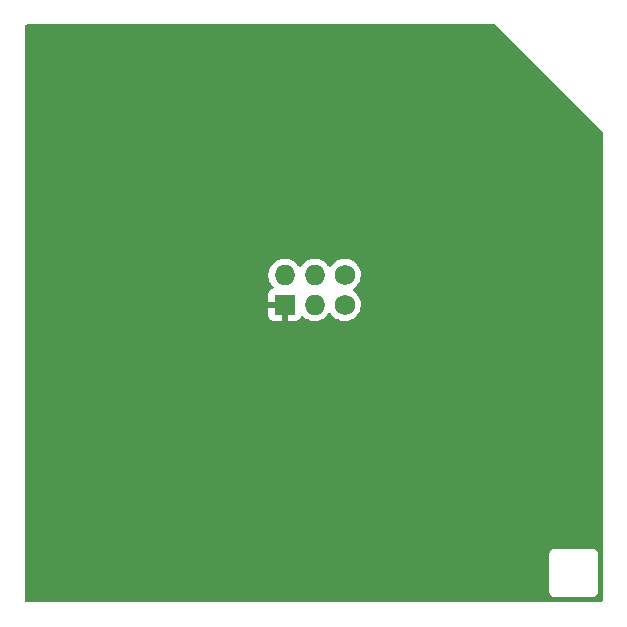
<source format=gbr>
%TF.GenerationSoftware,KiCad,Pcbnew,(6.0.4)*%
%TF.CreationDate,2022-04-09T23:35:01+02:00*%
%TF.ProjectId,diskette,6469736b-6574-4746-952e-6b696361645f,rev?*%
%TF.SameCoordinates,Original*%
%TF.FileFunction,Copper,L1,Top*%
%TF.FilePolarity,Positive*%
%FSLAX46Y46*%
G04 Gerber Fmt 4.6, Leading zero omitted, Abs format (unit mm)*
G04 Created by KiCad (PCBNEW (6.0.4)) date 2022-04-09 23:35:01*
%MOMM*%
%LPD*%
G01*
G04 APERTURE LIST*
%TA.AperFunction,ComponentPad*%
%ADD10O,1.727200X1.727200*%
%TD*%
%TA.AperFunction,ComponentPad*%
%ADD11R,1.727200X1.727200*%
%TD*%
%TA.AperFunction,ComponentPad*%
%ADD12C,1.727200*%
%TD*%
G04 APERTURE END LIST*
D10*
%TO.P,X1,1,VCC*%
%TO.N,+3V3*%
X-2480000Y1250000D03*
D11*
%TO.P,X1,2,GND*%
%TO.N,GND*%
X-2480000Y-1290000D03*
D10*
%TO.P,X1,3,SDA*%
%TO.N,Net-(U1-Pad5)*%
X60000Y1250000D03*
%TO.P,X1,4,SCL*%
%TO.N,Net-(U1-Pad6)*%
X60000Y-1290000D03*
D12*
%TO.P,X1,5,GPIO1*%
%TO.N,Net-(R2-Pad1)*%
X2600000Y1250000D03*
%TO.P,X1,6,GPIO2*%
%TO.N,Net-(R1-Pad1)*%
X2600000Y-1290000D03*
%TD*%
%TA.AperFunction,Conductor*%
%TO.N,GND*%
G36*
X15399116Y22421598D02*
G01*
X15420090Y22404695D01*
X24404695Y13420090D01*
X24438721Y13357778D01*
X24441600Y13330995D01*
X24441600Y-26315600D01*
X24421598Y-26383721D01*
X24367942Y-26430214D01*
X24315600Y-26441600D01*
X-24315600Y-26441600D01*
X-24383721Y-26421598D01*
X-24430214Y-26367942D01*
X-24441600Y-26315600D01*
X-24441600Y-25619721D01*
X19941024Y-25619721D01*
X19943491Y-25628352D01*
X19949150Y-25648153D01*
X19952728Y-25664915D01*
X19956920Y-25694187D01*
X19960634Y-25702355D01*
X19960634Y-25702356D01*
X19967548Y-25717562D01*
X19973996Y-25735086D01*
X19981051Y-25759771D01*
X19985843Y-25767365D01*
X19985844Y-25767368D01*
X19996830Y-25784780D01*
X20004969Y-25799863D01*
X20017208Y-25826782D01*
X20023069Y-25833584D01*
X20033970Y-25846235D01*
X20045073Y-25861239D01*
X20058776Y-25882958D01*
X20065501Y-25888897D01*
X20065504Y-25888901D01*
X20080938Y-25902532D01*
X20092982Y-25914724D01*
X20106427Y-25930327D01*
X20106430Y-25930329D01*
X20112287Y-25937127D01*
X20119816Y-25942007D01*
X20119817Y-25942008D01*
X20133835Y-25951094D01*
X20148709Y-25962385D01*
X20161217Y-25973431D01*
X20167951Y-25979378D01*
X20194711Y-25991942D01*
X20209691Y-26000263D01*
X20226983Y-26011471D01*
X20226988Y-26011473D01*
X20234515Y-26016352D01*
X20243108Y-26018922D01*
X20243113Y-26018924D01*
X20259120Y-26023711D01*
X20276564Y-26030372D01*
X20291676Y-26037467D01*
X20291678Y-26037468D01*
X20299800Y-26041281D01*
X20308667Y-26042662D01*
X20308668Y-26042662D01*
X20311353Y-26043080D01*
X20329017Y-26045830D01*
X20345732Y-26049613D01*
X20365466Y-26055515D01*
X20365472Y-26055516D01*
X20374066Y-26058086D01*
X20383037Y-26058141D01*
X20383038Y-26058141D01*
X20393097Y-26058202D01*
X20408506Y-26058296D01*
X20409289Y-26058329D01*
X20410386Y-26058500D01*
X20441377Y-26058500D01*
X20442147Y-26058502D01*
X20515785Y-26058952D01*
X20515786Y-26058952D01*
X20519721Y-26058976D01*
X20521065Y-26058592D01*
X20522410Y-26058500D01*
X23541377Y-26058500D01*
X23542148Y-26058502D01*
X23619721Y-26058976D01*
X23648152Y-26050850D01*
X23664915Y-26047272D01*
X23665753Y-26047152D01*
X23694187Y-26043080D01*
X23717564Y-26032451D01*
X23735087Y-26026004D01*
X23759771Y-26018949D01*
X23767365Y-26014157D01*
X23767368Y-26014156D01*
X23784780Y-26003170D01*
X23799865Y-25995030D01*
X23826782Y-25982792D01*
X23846235Y-25966030D01*
X23861239Y-25954927D01*
X23882958Y-25941224D01*
X23888897Y-25934499D01*
X23888901Y-25934496D01*
X23902532Y-25919062D01*
X23914724Y-25907018D01*
X23930327Y-25893573D01*
X23930329Y-25893570D01*
X23937127Y-25887713D01*
X23951094Y-25866165D01*
X23962385Y-25851291D01*
X23973431Y-25838783D01*
X23973432Y-25838782D01*
X23979378Y-25832049D01*
X23991943Y-25805287D01*
X24000263Y-25790309D01*
X24011471Y-25773017D01*
X24011473Y-25773012D01*
X24016352Y-25765485D01*
X24018922Y-25756892D01*
X24018924Y-25756887D01*
X24023711Y-25740880D01*
X24030372Y-25723436D01*
X24037467Y-25708324D01*
X24037468Y-25708322D01*
X24041281Y-25700200D01*
X24045830Y-25670983D01*
X24049613Y-25654268D01*
X24055515Y-25634534D01*
X24055516Y-25634528D01*
X24058086Y-25625934D01*
X24058296Y-25591494D01*
X24058329Y-25590711D01*
X24058500Y-25589614D01*
X24058500Y-25558623D01*
X24058502Y-25557853D01*
X24058952Y-25484215D01*
X24058952Y-25484214D01*
X24058976Y-25480279D01*
X24058592Y-25478935D01*
X24058500Y-25477590D01*
X24058500Y-22458623D01*
X24058502Y-22457853D01*
X24058800Y-22409102D01*
X24058976Y-22380279D01*
X24050850Y-22351847D01*
X24047272Y-22335085D01*
X24044352Y-22314698D01*
X24043080Y-22305813D01*
X24032451Y-22282436D01*
X24026004Y-22264913D01*
X24021416Y-22248862D01*
X24018949Y-22240229D01*
X24014156Y-22232632D01*
X24003170Y-22215220D01*
X23995030Y-22200135D01*
X23992564Y-22194711D01*
X23982792Y-22173218D01*
X23966030Y-22153765D01*
X23954927Y-22138761D01*
X23941224Y-22117042D01*
X23934499Y-22111103D01*
X23934496Y-22111099D01*
X23919062Y-22097468D01*
X23907018Y-22085276D01*
X23893573Y-22069673D01*
X23893570Y-22069671D01*
X23887713Y-22062873D01*
X23874009Y-22053990D01*
X23866165Y-22048906D01*
X23851291Y-22037615D01*
X23838783Y-22026569D01*
X23838782Y-22026568D01*
X23832049Y-22020622D01*
X23805287Y-22008057D01*
X23790309Y-21999737D01*
X23773017Y-21988529D01*
X23773012Y-21988527D01*
X23765485Y-21983648D01*
X23756892Y-21981078D01*
X23756887Y-21981076D01*
X23740880Y-21976289D01*
X23723436Y-21969628D01*
X23708324Y-21962533D01*
X23708322Y-21962532D01*
X23700200Y-21958719D01*
X23691333Y-21957338D01*
X23691332Y-21957338D01*
X23680478Y-21955648D01*
X23670983Y-21954170D01*
X23654268Y-21950387D01*
X23634534Y-21944485D01*
X23634528Y-21944484D01*
X23625934Y-21941914D01*
X23616963Y-21941859D01*
X23616962Y-21941859D01*
X23606903Y-21941798D01*
X23591494Y-21941704D01*
X23590711Y-21941671D01*
X23589614Y-21941500D01*
X23558623Y-21941500D01*
X23557853Y-21941498D01*
X23484215Y-21941048D01*
X23484214Y-21941048D01*
X23480279Y-21941024D01*
X23478935Y-21941408D01*
X23477590Y-21941500D01*
X20458623Y-21941500D01*
X20457853Y-21941498D01*
X20457037Y-21941493D01*
X20380279Y-21941024D01*
X20357918Y-21947415D01*
X20351847Y-21949150D01*
X20335085Y-21952728D01*
X20305813Y-21956920D01*
X20297645Y-21960634D01*
X20297644Y-21960634D01*
X20282438Y-21967548D01*
X20264914Y-21973996D01*
X20240229Y-21981051D01*
X20232635Y-21985843D01*
X20232632Y-21985844D01*
X20215220Y-21996830D01*
X20200137Y-22004969D01*
X20173218Y-22017208D01*
X20166416Y-22023069D01*
X20153765Y-22033970D01*
X20138761Y-22045073D01*
X20117042Y-22058776D01*
X20111103Y-22065501D01*
X20111099Y-22065504D01*
X20097468Y-22080938D01*
X20085276Y-22092982D01*
X20069673Y-22106427D01*
X20069671Y-22106430D01*
X20062873Y-22112287D01*
X20057993Y-22119816D01*
X20057992Y-22119817D01*
X20048906Y-22133835D01*
X20037615Y-22148709D01*
X20026569Y-22161217D01*
X20020622Y-22167951D01*
X20014312Y-22181391D01*
X20008058Y-22194711D01*
X19999737Y-22209691D01*
X19988529Y-22226983D01*
X19988527Y-22226988D01*
X19983648Y-22234515D01*
X19981078Y-22243108D01*
X19981076Y-22243113D01*
X19976289Y-22259120D01*
X19969628Y-22276564D01*
X19962533Y-22291676D01*
X19958719Y-22299800D01*
X19957338Y-22308667D01*
X19957338Y-22308668D01*
X19954170Y-22329015D01*
X19950387Y-22345732D01*
X19944485Y-22365466D01*
X19944484Y-22365472D01*
X19941914Y-22374066D01*
X19941859Y-22383037D01*
X19941859Y-22383038D01*
X19941704Y-22408497D01*
X19941671Y-22409289D01*
X19941500Y-22410386D01*
X19941500Y-22441377D01*
X19941498Y-22442147D01*
X19941024Y-22519721D01*
X19941408Y-22521065D01*
X19941500Y-22522410D01*
X19941500Y-25541377D01*
X19941498Y-25542147D01*
X19941024Y-25619721D01*
X-24441600Y-25619721D01*
X-24441600Y-2198269D01*
X-3851599Y-2198269D01*
X-3851229Y-2205090D01*
X-3845705Y-2255952D01*
X-3842079Y-2271204D01*
X-3796924Y-2391654D01*
X-3788386Y-2407249D01*
X-3711885Y-2509324D01*
X-3699324Y-2521885D01*
X-3597249Y-2598386D01*
X-3581654Y-2606924D01*
X-3461206Y-2652078D01*
X-3445951Y-2655705D01*
X-3395086Y-2661231D01*
X-3388272Y-2661600D01*
X-2752115Y-2661600D01*
X-2736876Y-2657125D01*
X-2735671Y-2655735D01*
X-2734000Y-2648052D01*
X-2734000Y-1562115D01*
X-2738475Y-1546876D01*
X-2739865Y-1545671D01*
X-2747548Y-1544000D01*
X-3833484Y-1544000D01*
X-3848723Y-1548475D01*
X-3849928Y-1549865D01*
X-3851599Y-1557548D01*
X-3851599Y-2198269D01*
X-24441600Y-2198269D01*
X-24441600Y1283638D01*
X-3856391Y1283638D01*
X-3856094Y1278486D01*
X-3856094Y1278482D01*
X-3850382Y1179422D01*
X-3843403Y1058386D01*
X-3842266Y1053340D01*
X-3842265Y1053334D01*
X-3821016Y959048D01*
X-3793800Y838280D01*
X-3791858Y833498D01*
X-3791857Y833494D01*
X-3755178Y743165D01*
X-3708914Y629231D01*
X-3591025Y436853D01*
X-3587645Y432951D01*
X-3519266Y354013D01*
X-3445587Y268955D01*
X-3445586Y268954D01*
X-3443298Y266313D01*
X-3443843Y265841D01*
X-3411150Y207424D01*
X-3415475Y136560D01*
X-3457427Y79283D01*
X-3489754Y61376D01*
X-3581654Y26924D01*
X-3597249Y18386D01*
X-3699324Y-58115D01*
X-3711885Y-70676D01*
X-3788386Y-172751D01*
X-3796924Y-188346D01*
X-3842078Y-308794D01*
X-3845705Y-324049D01*
X-3851231Y-374914D01*
X-3851600Y-381728D01*
X-3851600Y-1017885D01*
X-3847125Y-1033124D01*
X-3845735Y-1034329D01*
X-3838052Y-1036000D01*
X-2352000Y-1036000D01*
X-2283879Y-1056002D01*
X-2237386Y-1109658D01*
X-2226000Y-1162000D01*
X-2226000Y-2643484D01*
X-2221525Y-2658723D01*
X-2220135Y-2659928D01*
X-2212452Y-2661599D01*
X-1571731Y-2661599D01*
X-1564910Y-2661229D01*
X-1514048Y-2655705D01*
X-1498796Y-2652079D01*
X-1378346Y-2606924D01*
X-1362751Y-2598386D01*
X-1260676Y-2521885D01*
X-1248115Y-2509324D01*
X-1171614Y-2407249D01*
X-1163076Y-2391654D01*
X-1128159Y-2298515D01*
X-1085517Y-2241750D01*
X-1018955Y-2217051D01*
X-949606Y-2232259D01*
X-914940Y-2260247D01*
X-903298Y-2273687D01*
X-729701Y-2417810D01*
X-725249Y-2420412D01*
X-725244Y-2420415D01*
X-635909Y-2472618D01*
X-534897Y-2531645D01*
X-324116Y-2612134D01*
X-319048Y-2613165D01*
X-319045Y-2613166D01*
X-210596Y-2635230D01*
X-103019Y-2657117D01*
X-97844Y-2657307D01*
X-97842Y-2657307D01*
X117292Y-2665196D01*
X117296Y-2665196D01*
X122456Y-2665385D01*
X127576Y-2664729D01*
X127578Y-2664729D01*
X198020Y-2655705D01*
X346253Y-2636716D01*
X351202Y-2635231D01*
X351208Y-2635230D01*
X557413Y-2573365D01*
X557412Y-2573365D01*
X562363Y-2571880D01*
X690056Y-2509324D01*
X760331Y-2474897D01*
X760336Y-2474894D01*
X764982Y-2472618D01*
X769192Y-2469615D01*
X769197Y-2469612D01*
X944455Y-2344601D01*
X944459Y-2344597D01*
X948667Y-2341596D01*
X1108487Y-2182333D01*
X1229370Y-2014107D01*
X1285364Y-1970459D01*
X1356068Y-1964013D01*
X1419032Y-1996816D01*
X1439125Y-2021799D01*
X1486275Y-2098743D01*
X1486283Y-2098753D01*
X1488975Y-2103147D01*
X1636702Y-2273687D01*
X1810299Y-2417810D01*
X1814751Y-2420412D01*
X1814756Y-2420415D01*
X1904091Y-2472618D01*
X2005103Y-2531645D01*
X2215884Y-2612134D01*
X2220952Y-2613165D01*
X2220955Y-2613166D01*
X2329404Y-2635230D01*
X2436981Y-2657117D01*
X2442156Y-2657307D01*
X2442158Y-2657307D01*
X2657292Y-2665196D01*
X2657296Y-2665196D01*
X2662456Y-2665385D01*
X2667576Y-2664729D01*
X2667578Y-2664729D01*
X2738020Y-2655705D01*
X2886253Y-2636716D01*
X2891202Y-2635231D01*
X2891208Y-2635230D01*
X3097413Y-2573365D01*
X3097412Y-2573365D01*
X3102363Y-2571880D01*
X3230056Y-2509324D01*
X3300331Y-2474897D01*
X3300336Y-2474894D01*
X3304982Y-2472618D01*
X3309192Y-2469615D01*
X3309197Y-2469612D01*
X3484455Y-2344601D01*
X3484459Y-2344597D01*
X3488667Y-2341596D01*
X3648487Y-2182333D01*
X3780150Y-1999105D01*
X3880118Y-1796835D01*
X3945708Y-1580952D01*
X3975158Y-1357256D01*
X3976802Y-1290000D01*
X3958315Y-1065132D01*
X3903349Y-846304D01*
X3813380Y-639391D01*
X3765282Y-565043D01*
X3693634Y-454291D01*
X3693632Y-454288D01*
X3690826Y-449951D01*
X3538977Y-283071D01*
X3534926Y-279872D01*
X3534922Y-279868D01*
X3365966Y-146434D01*
X3365962Y-146432D01*
X3361911Y-143232D01*
X3338535Y-130328D01*
X3288564Y-79896D01*
X3273792Y-10453D01*
X3298908Y55953D01*
X3326259Y82559D01*
X3484455Y195399D01*
X3484459Y195403D01*
X3488667Y198404D01*
X3648487Y357667D01*
X3780150Y540895D01*
X3880118Y743165D01*
X3945708Y959048D01*
X3975158Y1182744D01*
X3976802Y1250000D01*
X3958315Y1474868D01*
X3903349Y1693696D01*
X3813380Y1900609D01*
X3765282Y1974957D01*
X3693634Y2085709D01*
X3693632Y2085712D01*
X3690826Y2090049D01*
X3538977Y2256929D01*
X3534926Y2260128D01*
X3534922Y2260132D01*
X3365966Y2393566D01*
X3365962Y2393568D01*
X3361911Y2396768D01*
X3164383Y2505809D01*
X2951698Y2581124D01*
X2901297Y2590102D01*
X2734657Y2619786D01*
X2734653Y2619786D01*
X2729569Y2620692D01*
X2657574Y2621571D01*
X2509129Y2623385D01*
X2509127Y2623385D01*
X2503959Y2623448D01*
X2280929Y2589320D01*
X2066468Y2519223D01*
X1866335Y2415040D01*
X1862202Y2411937D01*
X1862199Y2411935D01*
X1837734Y2393566D01*
X1685905Y2279570D01*
X1530024Y2116450D01*
X1527112Y2112181D01*
X1527106Y2112173D01*
X1433503Y1974957D01*
X1378592Y1929954D01*
X1308067Y1921783D01*
X1244320Y1953037D01*
X1223623Y1977521D01*
X1153634Y2085709D01*
X1153632Y2085712D01*
X1150826Y2090049D01*
X998977Y2256929D01*
X994926Y2260128D01*
X994922Y2260132D01*
X825966Y2393566D01*
X825962Y2393568D01*
X821911Y2396768D01*
X624383Y2505809D01*
X411698Y2581124D01*
X361297Y2590102D01*
X194657Y2619786D01*
X194653Y2619786D01*
X189569Y2620692D01*
X117574Y2621571D01*
X-30871Y2623385D01*
X-30873Y2623385D01*
X-36041Y2623448D01*
X-259071Y2589320D01*
X-473532Y2519223D01*
X-673665Y2415040D01*
X-677798Y2411937D01*
X-677801Y2411935D01*
X-702266Y2393566D01*
X-854095Y2279570D01*
X-1009976Y2116450D01*
X-1012888Y2112181D01*
X-1012894Y2112173D01*
X-1106497Y1974957D01*
X-1161408Y1929954D01*
X-1231933Y1921783D01*
X-1295680Y1953037D01*
X-1316377Y1977521D01*
X-1386366Y2085709D01*
X-1386368Y2085712D01*
X-1389174Y2090049D01*
X-1541023Y2256929D01*
X-1545074Y2260128D01*
X-1545078Y2260132D01*
X-1714034Y2393566D01*
X-1714038Y2393568D01*
X-1718089Y2396768D01*
X-1915617Y2505809D01*
X-2128302Y2581124D01*
X-2178703Y2590102D01*
X-2345343Y2619786D01*
X-2345347Y2619786D01*
X-2350431Y2620692D01*
X-2422426Y2621571D01*
X-2570871Y2623385D01*
X-2570873Y2623385D01*
X-2576041Y2623448D01*
X-2799071Y2589320D01*
X-3013532Y2519223D01*
X-3213665Y2415040D01*
X-3217798Y2411937D01*
X-3217801Y2411935D01*
X-3242266Y2393566D01*
X-3394095Y2279570D01*
X-3549976Y2116450D01*
X-3677122Y1930060D01*
X-3679296Y1925376D01*
X-3679298Y1925373D01*
X-3750598Y1771769D01*
X-3772119Y1725407D01*
X-3832415Y1507987D01*
X-3856391Y1283638D01*
X-24441600Y1283638D01*
X-24441600Y22315600D01*
X-24421598Y22383721D01*
X-24367942Y22430214D01*
X-24315600Y22441600D01*
X15330995Y22441600D01*
X15399116Y22421598D01*
G37*
%TD.AperFunction*%
%TD*%
M02*

</source>
